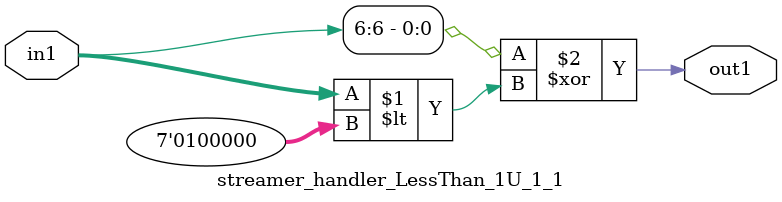
<source format=v>

`timescale 1ps / 1ps


module streamer_handler_LessThan_1U_1_1( in1, out1 );

    input [6:0] in1;
    output out1;

    
    // rtl_process:streamer_handler_LessThan_1U_1_1/streamer_handler_LessThan_1U_1_1_thread_1
    assign out1 = (in1[6] ^ in1 < 7'd032);

endmodule



</source>
